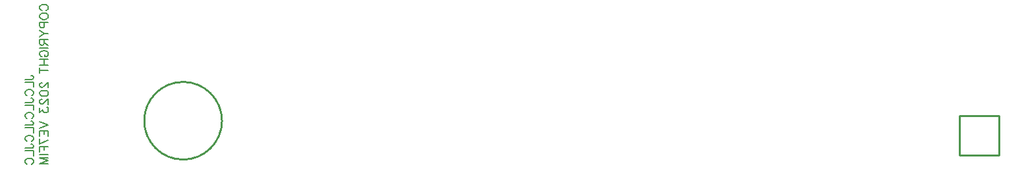
<source format=gbo>
G04 Layer: BottomSilkscreenLayer*
G04 EasyEDA v6.5.29, 2023-07-09 11:22:14*
G04 cfc9732f681849a493c23aee7f3b8659,5a6b42c53f6a479593ecc07194224c93,10*
G04 Gerber Generator version 0.2*
G04 Scale: 100 percent, Rotated: No, Reflected: No *
G04 Dimensions in millimeters *
G04 leading zeros omitted , absolute positions ,4 integer and 5 decimal *
%FSLAX45Y45*%
%MOMM*%

%ADD10C,0.1524*%
%ADD11C,0.1520*%
%ADD12C,0.2540*%

%LPD*%
D10*
X355137Y2754167D02*
G01*
X344746Y2759364D01*
X334355Y2769755D01*
X329161Y2780144D01*
X329161Y2800926D01*
X334355Y2811317D01*
X344746Y2821708D01*
X355137Y2826905D01*
X370725Y2832100D01*
X396702Y2832100D01*
X412287Y2826905D01*
X422678Y2821708D01*
X433070Y2811317D01*
X438264Y2800926D01*
X438264Y2780144D01*
X433070Y2769755D01*
X422678Y2759364D01*
X412287Y2754167D01*
X329161Y2688704D02*
G01*
X334355Y2699095D01*
X344746Y2709486D01*
X355137Y2714683D01*
X370725Y2719877D01*
X396702Y2719877D01*
X412287Y2714683D01*
X422678Y2709486D01*
X433070Y2699095D01*
X438264Y2688704D01*
X438264Y2667924D01*
X433070Y2657533D01*
X422678Y2647142D01*
X412287Y2641945D01*
X396702Y2636751D01*
X370725Y2636751D01*
X355137Y2641945D01*
X344746Y2647142D01*
X334355Y2657533D01*
X329161Y2667924D01*
X329161Y2688704D01*
X329161Y2602461D02*
G01*
X438264Y2602461D01*
X329161Y2602461D02*
G01*
X329161Y2555702D01*
X334355Y2540114D01*
X339552Y2534920D01*
X349943Y2529725D01*
X365528Y2529725D01*
X375920Y2534920D01*
X381114Y2540114D01*
X386311Y2555702D01*
X386311Y2602461D01*
X329161Y2495435D02*
G01*
X381114Y2453871D01*
X438264Y2453871D01*
X329161Y2412306D02*
G01*
X381114Y2453871D01*
X329161Y2378016D02*
G01*
X438264Y2378016D01*
X329161Y2378016D02*
G01*
X329161Y2331257D01*
X334355Y2315672D01*
X339552Y2310475D01*
X349943Y2305281D01*
X360334Y2305281D01*
X370725Y2310475D01*
X375920Y2315672D01*
X381114Y2331257D01*
X381114Y2378016D01*
X381114Y2341648D02*
G01*
X438264Y2305281D01*
X329161Y2270991D02*
G01*
X438264Y2270991D01*
X355137Y2158768D02*
G01*
X344746Y2163965D01*
X334355Y2174354D01*
X329161Y2184745D01*
X329161Y2205527D01*
X334355Y2215918D01*
X344746Y2226310D01*
X355137Y2231504D01*
X370725Y2236701D01*
X396702Y2236701D01*
X412287Y2231504D01*
X422678Y2226310D01*
X433070Y2215918D01*
X438264Y2205527D01*
X438264Y2184745D01*
X433070Y2174354D01*
X422678Y2163965D01*
X412287Y2158768D01*
X396702Y2158768D01*
X396702Y2184745D02*
G01*
X396702Y2158768D01*
X329161Y2124478D02*
G01*
X438264Y2124478D01*
X329161Y2051743D02*
G01*
X438264Y2051743D01*
X381114Y2124478D02*
G01*
X381114Y2051743D01*
X329161Y1981085D02*
G01*
X438264Y1981085D01*
X329161Y2017453D02*
G01*
X329161Y1944715D01*
X355137Y1825221D02*
G01*
X349943Y1825221D01*
X339552Y1820024D01*
X334355Y1814829D01*
X329161Y1804438D01*
X329161Y1783656D01*
X334355Y1773265D01*
X339552Y1768071D01*
X349943Y1762874D01*
X360334Y1762874D01*
X370725Y1768071D01*
X386311Y1778462D01*
X438264Y1830415D01*
X438264Y1757679D01*
X329161Y1692216D02*
G01*
X334355Y1707804D01*
X349943Y1718195D01*
X375920Y1723389D01*
X391505Y1723389D01*
X417484Y1718195D01*
X433070Y1707804D01*
X438264Y1692216D01*
X438264Y1681825D01*
X433070Y1666239D01*
X417484Y1655848D01*
X391505Y1650654D01*
X375920Y1650654D01*
X349943Y1655848D01*
X334355Y1666239D01*
X329161Y1681825D01*
X329161Y1692216D01*
X355137Y1611167D02*
G01*
X349943Y1611167D01*
X339552Y1605973D01*
X334355Y1600776D01*
X329161Y1590385D01*
X329161Y1569605D01*
X334355Y1559214D01*
X339552Y1554017D01*
X349943Y1548823D01*
X360334Y1548823D01*
X370725Y1554017D01*
X386311Y1564408D01*
X438264Y1616364D01*
X438264Y1543626D01*
X329161Y1498945D02*
G01*
X329161Y1441795D01*
X370725Y1472968D01*
X370725Y1457383D01*
X375920Y1446992D01*
X381114Y1441795D01*
X396702Y1436601D01*
X407093Y1436601D01*
X422678Y1441795D01*
X433070Y1452186D01*
X438264Y1467774D01*
X438264Y1483360D01*
X433070Y1498945D01*
X427875Y1504142D01*
X417484Y1509336D01*
X329161Y1322301D02*
G01*
X438264Y1280736D01*
X329161Y1239174D02*
G01*
X438264Y1280736D01*
X329161Y1204884D02*
G01*
X438264Y1204884D01*
X329161Y1204884D02*
G01*
X329161Y1137343D01*
X381114Y1204884D02*
G01*
X381114Y1163320D01*
X438264Y1204884D02*
G01*
X438264Y1137343D01*
X329161Y1030315D02*
G01*
X438264Y1082271D01*
X329161Y1103053D02*
G01*
X329161Y1030315D01*
X329161Y996025D02*
G01*
X438264Y996025D01*
X329161Y996025D02*
G01*
X329161Y928484D01*
X381114Y996025D02*
G01*
X381114Y954463D01*
X329161Y894194D02*
G01*
X438264Y894194D01*
X329161Y859904D02*
G01*
X438264Y859904D01*
X329161Y859904D02*
G01*
X438264Y818342D01*
X329161Y776777D02*
G01*
X438264Y818342D01*
X329161Y776777D02*
G01*
X438264Y776777D01*
D11*
X138661Y1865744D02*
G01*
X221787Y1865744D01*
X237375Y1870941D01*
X242570Y1876135D01*
X247764Y1886526D01*
X247764Y1896917D01*
X242570Y1907308D01*
X237375Y1912505D01*
X221787Y1917700D01*
X211396Y1917700D01*
X138661Y1831454D02*
G01*
X247764Y1831454D01*
X247764Y1831454D02*
G01*
X247764Y1769110D01*
X164637Y1656887D02*
G01*
X154246Y1662084D01*
X143855Y1672475D01*
X138661Y1682864D01*
X138661Y1703646D01*
X143855Y1714037D01*
X154246Y1724428D01*
X164637Y1729625D01*
X180225Y1734820D01*
X206202Y1734820D01*
X221787Y1729625D01*
X232178Y1724428D01*
X242570Y1714037D01*
X247764Y1703646D01*
X247764Y1682864D01*
X242570Y1672475D01*
X232178Y1662084D01*
X221787Y1656887D01*
X138661Y1570644D02*
G01*
X221787Y1570644D01*
X237375Y1575838D01*
X242570Y1581035D01*
X247764Y1591424D01*
X247764Y1601815D01*
X242570Y1612206D01*
X237375Y1617403D01*
X221787Y1622597D01*
X211396Y1622597D01*
X138661Y1536354D02*
G01*
X247764Y1536354D01*
X247764Y1536354D02*
G01*
X247764Y1474007D01*
X164637Y1361785D02*
G01*
X154246Y1366982D01*
X143855Y1377373D01*
X138661Y1387764D01*
X138661Y1408544D01*
X143855Y1418935D01*
X154246Y1429326D01*
X164637Y1434523D01*
X180225Y1439717D01*
X206202Y1439717D01*
X221787Y1434523D01*
X232178Y1429326D01*
X242570Y1418935D01*
X247764Y1408544D01*
X247764Y1387764D01*
X242570Y1377373D01*
X232178Y1366982D01*
X221787Y1361785D01*
X138661Y1275542D02*
G01*
X221787Y1275542D01*
X237375Y1280736D01*
X242570Y1285933D01*
X247764Y1296324D01*
X247764Y1306715D01*
X242570Y1317104D01*
X237375Y1322301D01*
X221787Y1327495D01*
X211396Y1327495D01*
X138661Y1241252D02*
G01*
X247764Y1241252D01*
X247764Y1241252D02*
G01*
X247764Y1178905D01*
X164637Y1066685D02*
G01*
X154246Y1071879D01*
X143855Y1082271D01*
X138661Y1092662D01*
X138661Y1113444D01*
X143855Y1123835D01*
X154246Y1134224D01*
X164637Y1139421D01*
X180225Y1144615D01*
X206202Y1144615D01*
X221787Y1139421D01*
X232178Y1134224D01*
X242570Y1123835D01*
X247764Y1113444D01*
X247764Y1092662D01*
X242570Y1082271D01*
X232178Y1071879D01*
X221787Y1066685D01*
X138661Y980439D02*
G01*
X221787Y980439D01*
X237375Y985634D01*
X242570Y990831D01*
X247764Y1001222D01*
X247764Y1011613D01*
X242570Y1022004D01*
X237375Y1027198D01*
X221787Y1032395D01*
X211396Y1032395D01*
X138661Y946150D02*
G01*
X247764Y946150D01*
X247764Y946150D02*
G01*
X247764Y883805D01*
X164637Y771583D02*
G01*
X154246Y776777D01*
X143855Y787168D01*
X138661Y797560D01*
X138661Y818342D01*
X143855Y828733D01*
X154246Y839124D01*
X164637Y844318D01*
X180225Y849515D01*
X206202Y849515D01*
X221787Y844318D01*
X232178Y839124D01*
X242570Y828733D01*
X247764Y818342D01*
X247764Y797560D01*
X242570Y787168D01*
X232178Y776777D01*
X221787Y771583D01*
D12*
G75*
G01
X2671699Y1333500D02*
G03X2671699Y1333500I-499999J0D01*
X12151106Y1397000D02*
G01*
X12659106Y1397000D01*
X12659106Y889000D01*
X12151106Y889000D01*
X12151106Y1397000D01*
M02*

</source>
